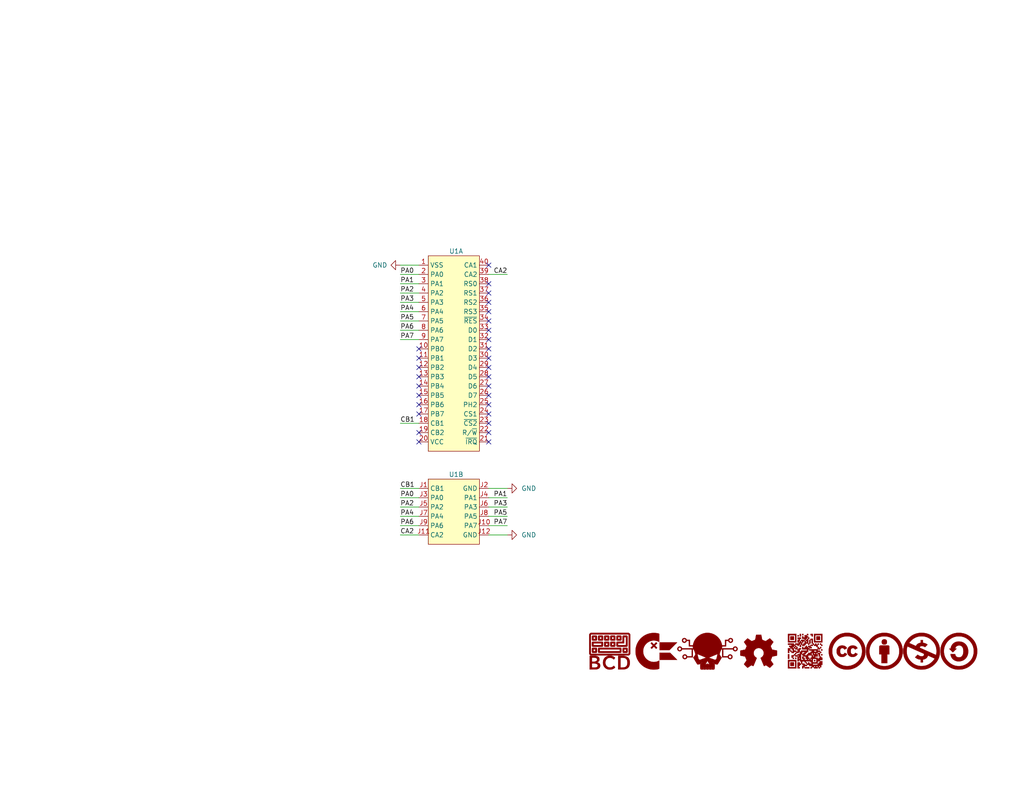
<source format=kicad_sch>
(kicad_sch (version 20211123) (generator eeschema)
  (paper "USLetter")
  (title_block (title "1541 VIA Parallel Adapter") (date "2022-03-27") (rev "1") (company "Beaupré Circuit Design") (comment 1 "https://github.com/Beaupre-Circuit-Design/"))
  (lib_symbols
    (symbol "BeaupreCircuitDesign:BCD_Logo" (pin_names (offset 1.016)))
    (symbol "BeaupreCircuitDesign:BDC_QR" (pin_names (offset 1.016)) (in_bom no))
    (symbol "BeaupreCircuitDesign:ChickenLips" (pin_names (offset 1.016)))
    (symbol "BeaupreCircuitDesign:OpenSource_Hardware" (pin_names (offset 1.016)))
    (symbol "BeaupreCircuitDesign:Skull" (pin_names (offset 1.016)))
    (symbol "CreativeCommons:CreativeCommons" (pin_names (offset 1.016)))
    (symbol "CreativeCommons:CreativeCommons_Attribution" (pin_names (offset 1.016)))
    (symbol "CreativeCommons:CreativeCommons_NonCommercial" (pin_names (offset 1.016)))
    (symbol "CreativeCommons:CreativeCommons_ShareAlike" (pin_names (offset 1.016)))
    (symbol "MOS_Technology:MCS6522"
      (property "Reference" "U" (at 0 3.81 0))
      (property "Value" "MCS6522" (at 7.62 3.81 0))
      (symbol "MCS6522_1_1"
        (pin power_in line (at -2.54 0 0) (length 2.54) (name "VSS") (number "1"))
        (pin bidirectional line (at -2.54 -22.86 0) (length 2.54) (name "PB0") (number "10"))
        (pin bidirectional line (at -2.54 -25.4 0) (length 2.54) (name "PB1") (number "11"))
        (pin bidirectional line (at -2.54 -27.94 0) (length 2.54) (name "PB2") (number "12"))
        (pin bidirectional line (at -2.54 -30.48 0) (length 2.54) (name "PB3") (number "13"))
        (pin bidirectional line (at -2.54 -33.02 0) (length 2.54) (name "PB4") (number "14"))
        (pin bidirectional line (at -2.54 -35.56 0) (length 2.54) (name "PB5") (number "15"))
        (pin bidirectional line (at -2.54 -38.1 0) (length 2.54) (name "PB6") (number "16"))
        (pin bidirectional line (at -2.54 -40.64 0) (length 2.54) (name "PB7") (number "17"))
        (pin bidirectional line (at -2.54 -43.18 0) (length 2.54) (name "CB1") (number "18"))
        (pin bidirectional line (at -2.54 -45.72 0) (length 2.54) (name "CB2") (number "19"))
        (pin bidirectional line (at -2.54 -2.54 0) (length 2.54) (name "PA0") (number "2"))
        (pin power_in line (at -2.54 -48.26 0) (length 2.54) (name "VCC") (number "20"))
        (pin open_emitter line (at 16.51 -48.26 180) (length 2.54) (name "~{IRQ}") (number "21"))
        (pin input line (at 16.51 -45.72 180) (length 2.54) (name "R/~{W}") (number "22"))
        (pin input line (at 16.51 -43.18 180) (length 2.54) (name "~{CS2}") (number "23"))
        (pin input line (at 16.51 -40.64 180) (length 2.54) (name "CS1") (number "24"))
        (pin input line (at 16.51 -38.1 180) (length 2.54) (name "PH2") (number "25"))
        (pin bidirectional line (at 16.51 -35.56 180) (length 2.54) (name "D7") (number "26"))
        (pin bidirectional line (at 16.51 -33.02 180) (length 2.54) (name "D6") (number "27"))
        (pin bidirectional line (at 16.51 -30.48 180) (length 2.54) (name "D5") (number "28"))
        (pin bidirectional line (at 16.51 -27.94 180) (length 2.54) (name "D4") (number "29"))
        (pin bidirectional line (at -2.54 -5.08 0) (length 2.54) (name "PA1") (number "3"))
        (pin bidirectional line (at 16.51 -25.4 180) (length 2.54) (name "D3") (number "30"))
        (pin bidirectional line (at 16.51 -22.86 180) (length 2.54) (name "D2") (number "31"))
        (pin bidirectional line (at 16.51 -20.32 180) (length 2.54) (name "D1") (number "32"))
        (pin bidirectional line (at 16.51 -17.78 180) (length 2.54) (name "D0") (number "33"))
        (pin input line (at 16.51 -15.24 180) (length 2.54) (name "~{RES}") (number "34"))
        (pin input line (at 16.51 -12.7 180) (length 2.54) (name "RS3") (number "35"))
        (pin input line (at 16.51 -10.16 180) (length 2.54) (name "RS2") (number "36"))
        (pin input line (at 16.51 -7.62 180) (length 2.54) (name "RS1") (number "37"))
        (pin input line (at 16.51 -5.08 180) (length 2.54) (name "RS0") (number "38"))
        (pin bidirectional line (at 16.51 -2.54 180) (length 2.54) (name "CA2") (number "39"))
        (pin bidirectional line (at -2.54 -7.62 0) (length 2.54) (name "PA2") (number "4"))
        (pin input line (at 16.51 0 180) (length 2.54) (name "CA1") (number "40"))
        (pin bidirectional line (at -2.54 -10.16 0) (length 2.54) (name "PA3") (number "5"))
        (pin bidirectional line (at -2.54 -12.7 0) (length 2.54) (name "PA4") (number "6"))
        (pin bidirectional line (at -2.54 -15.24 0) (length 2.54) (name "PA5") (number "7"))
        (pin bidirectional line (at -2.54 -17.78 0) (length 2.54) (name "PA6") (number "8"))
        (pin bidirectional line (at -2.54 -20.32 0) (length 2.54) (name "PA7") (number "9"))
      )
      (symbol "MCS6522_2_1"
        (pin passive line (at -2.54 0 0) (length 2.54) (name "CB1") (number "J1"))
        (pin passive line (at 16.51 -10.16 180) (length 2.54) (name "PA7") (number "J10"))
        (pin passive line (at -2.54 -12.7 0) (length 2.54) (name "CA2") (number "J11"))
        (pin passive line (at 16.51 -12.7 180) (length 2.54) (name "GND") (number "J12"))
        (pin passive line (at 16.51 0 180) (length 2.54) (name "GND") (number "J2"))
        (pin passive line (at -2.54 -2.54 0) (length 2.54) (name "PA0") (number "J3"))
        (pin passive line (at 16.51 -2.54 180) (length 2.54) (name "PA1") (number "J4"))
        (pin passive line (at -2.54 -5.08 0) (length 2.54) (name "PA2") (number "J5"))
        (pin passive line (at 16.51 -5.08 180) (length 2.54) (name "PA3") (number "J6"))
        (pin passive line (at -2.54 -7.62 0) (length 2.54) (name "PA4") (number "J7"))
        (pin passive line (at 16.51 -7.62 180) (length 2.54) (name "PA5") (number "J8"))
        (pin passive line (at -2.54 -10.16 0) (length 2.54) (name "PA6") (number "J9"))
      )
    )
    (symbol "power:GND" (power) (pin_names (offset 0))
      (property "Value" "GND" (at 0 -3.81 0))
      (symbol "GND_1_1"
        (pin power_in line (at 0 0 270) (length 0) hide (name "GND") (number "1"))
      )
    )
  )
  (no_connect (at 133.35 77.47))
  (no_connect (at 133.35 72.39))
  (no_connect (at 133.35 80.01))
  (no_connect (at 133.35 82.55))
  (no_connect (at 133.35 85.09))
  (no_connect (at 133.35 87.63))
  (no_connect (at 133.35 90.17))
  (no_connect (at 133.35 92.71))
  (no_connect (at 114.3 100.33))
  (no_connect (at 114.3 97.79))
  (no_connect (at 114.3 95.25))
  (no_connect (at 133.35 95.25))
  (no_connect (at 133.35 97.79))
  (no_connect (at 133.35 100.33))
  (no_connect (at 133.35 102.87))
  (no_connect (at 133.35 105.41))
  (no_connect (at 133.35 107.95))
  (no_connect (at 133.35 110.49))
  (no_connect (at 133.35 113.03))
  (no_connect (at 133.35 115.57))
  (no_connect (at 133.35 118.11))
  (no_connect (at 133.35 120.65))
  (no_connect (at 114.3 120.65))
  (no_connect (at 114.3 118.11))
  (no_connect (at 114.3 113.03))
  (no_connect (at 114.3 102.87))
  (no_connect (at 114.3 110.49))
  (no_connect (at 114.3 107.95))
  (no_connect (at 114.3 105.41))
  (wire (pts (xy 133.35 143.51) (xy 138.43 143.51)))
  (wire (pts (xy 133.35 74.93) (xy 138.43 74.93)))
  (wire (pts (xy 109.22 87.63) (xy 114.3 87.63)))
  (wire (pts (xy 109.22 138.43) (xy 114.3 138.43)))
  (wire (pts (xy 133.35 140.97) (xy 138.43 140.97)))
  (wire (pts (xy 109.22 133.35) (xy 114.3 133.35)))
  (wire (pts (xy 109.22 146.05) (xy 114.3 146.05)))
  (wire (pts (xy 133.35 133.35) (xy 138.43 133.35)))
  (wire (pts (xy 109.22 80.01) (xy 114.3 80.01)))
  (wire (pts (xy 109.22 77.47) (xy 114.3 77.47)))
  (wire (pts (xy 133.35 138.43) (xy 138.43 138.43)))
  (wire (pts (xy 109.22 90.17) (xy 114.3 90.17)))
  (wire (pts (xy 109.22 92.71) (xy 114.3 92.71)))
  (wire (pts (xy 109.22 135.89) (xy 114.3 135.89)))
  (wire (pts (xy 109.22 85.09) (xy 114.3 85.09)))
  (wire (pts (xy 109.22 82.55) (xy 114.3 82.55)))
  (wire (pts (xy 109.22 115.57) (xy 114.3 115.57)))
  (wire (pts (xy 109.22 72.39) (xy 114.3 72.39)))
  (wire (pts (xy 109.22 140.97) (xy 114.3 140.97)))
  (wire (pts (xy 109.22 143.51) (xy 114.3 143.51)))
  (wire (pts (xy 133.35 146.05) (xy 138.43 146.05)))
  (wire (pts (xy 133.35 135.89) (xy 138.43 135.89)))
  (wire (pts (xy 109.22 74.93) (xy 114.3 74.93)))
  (label "PA7" (at 109.22 92.71 0))
  (label "PA1" (at 109.22 77.47 0))
  (label "PA5" (at 138.43 140.97 180))
  (label "PA4" (at 109.22 140.97 0))
  (label "CB1" (at 109.22 115.57 0))
  (label "PA5" (at 109.22 87.63 0))
  (label "PA0" (at 109.22 74.93 0))
  (label "PA1" (at 138.43 135.89 180))
  (label "CA2" (at 109.22 146.05 0))
  (label "PA3" (at 109.22 82.55 0))
  (label "CB1" (at 109.22 133.35 0))
  (label "CA2" (at 138.43 74.93 180))
  (label "PA2" (at 109.22 138.43 0))
  (label "PA6" (at 109.22 90.17 0))
  (label "PA3" (at 138.43 138.43 180))
  (label "PA6" (at 109.22 143.51 0))
  (label "PA4" (at 109.22 85.09 0))
  (label "PA7" (at 138.43 143.51 180))
  (label "PA0" (at 109.22 135.89 0))
  (label "PA2" (at 109.22 80.01 0))
  (symbol (lib_id "BeaupreCircuitDesign:BCD_Logo") (at 166.37 177.8 0) (unit 1) (in_bom no)
    (property "Reference" "G1" (effects hide))
    (property "Value" "BCD_Logo" (effects hide))
    (property "Footprint" "BeaupreCircuitDesign:BCD_Logo_5mm" (effects hide))
  )
  (symbol (lib_id "power:GND") (at 138.43 133.35 90) (unit 1)
    (property "Reference" "#PWR0102" (effects hide))
    (property "Value" "GND" (at 142.24 133.3499 90) (effects (justify right)))
  )
  (symbol (lib_id "CreativeCommons:CreativeCommons_Attribution") (at 241.3 177.8 0) (unit 1) (in_bom no)
    (property "Reference" "G6" (effects hide))
    (property "Value" "CreativeCommons_Attribution" (effects hide))
    (property "Footprint" "Creative_Common:CreativeCommons_Attribution_2.5mm" (effects hide))
  )
  (symbol (lib_id "CreativeCommons:CreativeCommons_NonCommercial") (at 251.46 177.8 0) (unit 1) (in_bom no)
    (property "Reference" "G7" (effects hide))
    (property "Value" "CreativeCommons_NonCommercial" (effects hide))
    (property "Footprint" "Creative_Common:CreativeCommons_NonCommercial_2.5mm" (effects hide))
  )
  (symbol (lib_id "BeaupreCircuitDesign:Skull") (at 193.04 177.8 0) (unit 1) (in_bom no)
    (property "Reference" "G3" (effects hide))
    (property "Value" "Skull" (effects hide))
    (property "Footprint" "BeaupreCircuitDesign:Skull_2.5mm" (effects hide))
  )
  (symbol (lib_id "MOS_Technology:MCS6522") (at 116.84 133.35 0) (unit 2)
    (property "Reference" "U1" (at 124.46 129.54 0))
    (property "Value" "MCS6522" (effects hide))
    (property "Footprint" "MOS_Technology:MCS6522 Adapter" (effects hide))
  )
  (symbol (lib_id "BeaupreCircuitDesign:BDC_QR") (at 219.71 177.8 0) (unit 1) (in_bom no)
    (property "Reference" "G9" (effects hide))
    (property "Value" "BDC_QR" (effects hide))
    (property "Footprint" "BeaupreCircuitDesign:BDC_QR_5mm" (effects hide))
  )
  (symbol (lib_id "MOS_Technology:MCS6522") (at 116.84 72.39 0) (unit 1)
    (property "Reference" "U1" (at 124.46 68.58 0))
    (property "Value" "MCS6522" (effects hide))
    (property "Footprint" "MOS_Technology:MCS6522 Adapter" (effects hide))
  )
  (symbol (lib_id "power:GND") (at 138.43 146.05 90) (unit 1)
    (property "Reference" "#PWR0101" (effects hide))
    (property "Value" "GND" (at 142.24 146.0499 90) (effects (justify right)))
  )
  (symbol (lib_id "power:GND") (at 109.22 72.39 270) (unit 1)
    (property "Reference" "#PWR0103" (effects hide))
    (property "Value" "GND" (at 101.6 72.39 90) (effects (justify left)))
  )
  (symbol (lib_id "BeaupreCircuitDesign:ChickenLips") (at 179.07 177.8 0) (unit 1) (in_bom no)
    (property "Reference" "G2" (effects hide))
    (property "Value" "ChickenLips" (effects hide))
    (property "Footprint" "BeaupreCircuitDesign:ChickenLips_2.5mm" (effects hide))
  )
  (symbol (lib_id "CreativeCommons:CreativeCommons") (at 231.14 177.8 0) (unit 1) (in_bom no)
    (property "Reference" "G5" (effects hide))
    (property "Value" "CreativeCommons" (effects hide))
    (property "Footprint" "Creative_Common:CreativeCommons_2.5mm" (effects hide))
  )
  (symbol (lib_id "BeaupreCircuitDesign:OpenSource_Hardware") (at 207.01 177.8 0) (unit 1) (in_bom no)
    (property "Reference" "G4" (effects hide))
    (property "Value" "OpenSource_Hardware" (effects hide))
    (property "Footprint" "BeaupreCircuitDesign:Open_Source_Hardware_2.5mm" (effects hide))
  )
  (symbol (lib_id "CreativeCommons:CreativeCommons_ShareAlike") (at 261.62 177.8 0) (unit 1) (in_bom no)
    (property "Reference" "G8" (effects hide))
    (property "Value" "CreativeCommons_ShareAlike" (effects hide))
    (property "Footprint" "Creative_Common:CreativeCommons_ShareAlike_2.5mm" (effects hide))
  )
)
</source>
